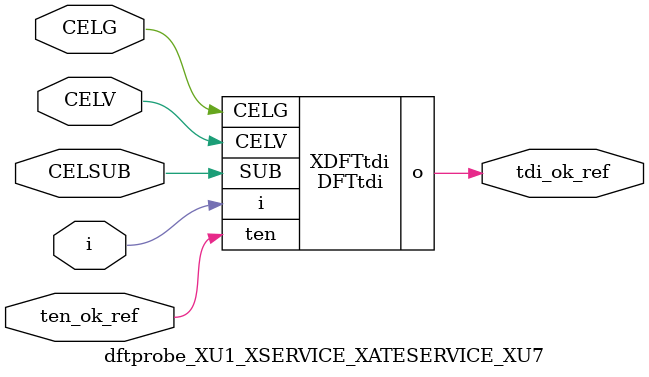
<source format=v>


module DFTtdi ( o, CELV, SUB, i, ten, CELG );

  input CELV;
  input ten;
  input i;
  output o;
  input CELG;
  input SUB;
endmodule


module dftprobe_XU1_XSERVICE_XATESERVICE_XU7 (i,tdi_ok_ref,ten_ok_ref,CELG,CELSUB,CELV);
input  i;
output  tdi_ok_ref;
input  ten_ok_ref;
input  CELG;
input  CELSUB;
input  CELV;

DFTtdi XDFTtdi(
  .i (i),
  .o (tdi_ok_ref),
  .ten (ten_ok_ref),
  .CELG (CELG),
  .SUB (CELSUB),
  .CELV (CELV)
);

endmodule


</source>
